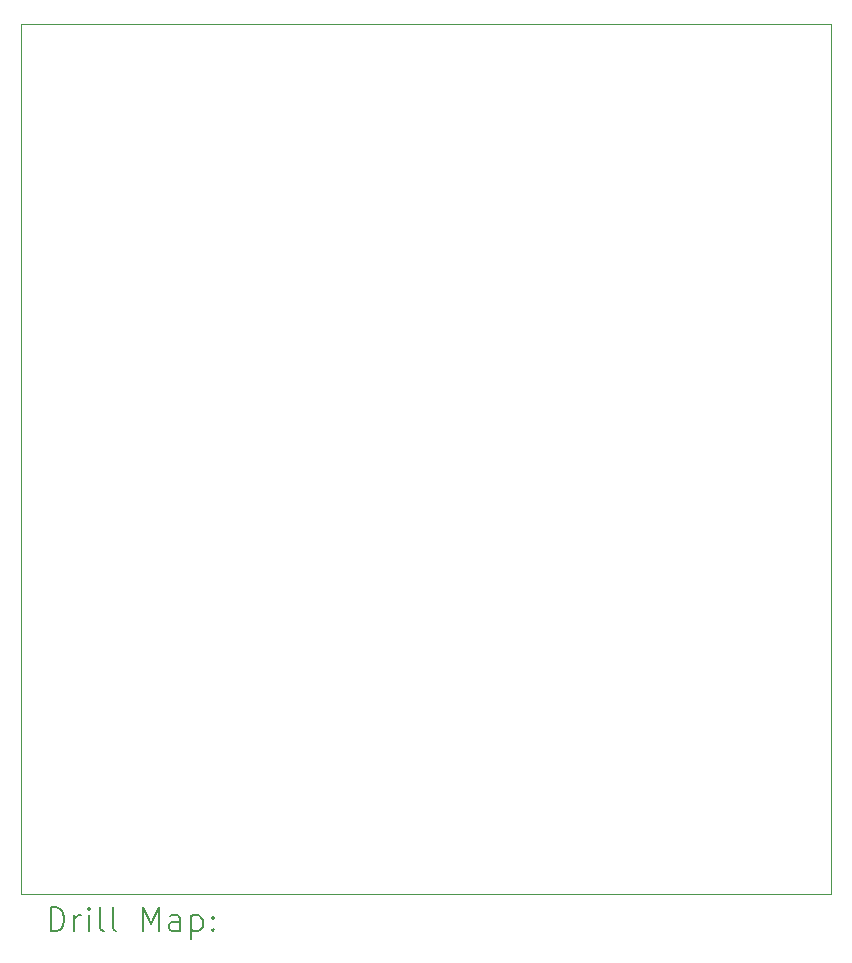
<source format=gbr>
%TF.GenerationSoftware,KiCad,Pcbnew,(6.0.9)*%
%TF.CreationDate,2022-12-01T15:56:27+01:00*%
%TF.ProjectId,Twin-T,5477696e-2d54-42e6-9b69-6361645f7063,rev?*%
%TF.SameCoordinates,Original*%
%TF.FileFunction,Drillmap*%
%TF.FilePolarity,Positive*%
%FSLAX45Y45*%
G04 Gerber Fmt 4.5, Leading zero omitted, Abs format (unit mm)*
G04 Created by KiCad (PCBNEW (6.0.9)) date 2022-12-01 15:56:27*
%MOMM*%
%LPD*%
G01*
G04 APERTURE LIST*
%ADD10C,0.100000*%
%ADD11C,0.200000*%
G04 APERTURE END LIST*
D10*
X17754600Y-13309600D02*
X17754600Y-5943600D01*
X17754600Y-5943600D02*
X10896600Y-5943600D01*
X10896600Y-13309600D02*
X17754600Y-13309600D01*
X10896600Y-5943600D02*
X10896600Y-13309600D01*
D11*
X11149219Y-13625076D02*
X11149219Y-13425076D01*
X11196838Y-13425076D01*
X11225409Y-13434600D01*
X11244457Y-13453648D01*
X11253981Y-13472695D01*
X11263505Y-13510790D01*
X11263505Y-13539362D01*
X11253981Y-13577457D01*
X11244457Y-13596505D01*
X11225409Y-13615552D01*
X11196838Y-13625076D01*
X11149219Y-13625076D01*
X11349219Y-13625076D02*
X11349219Y-13491743D01*
X11349219Y-13529838D02*
X11358743Y-13510790D01*
X11368267Y-13501267D01*
X11387314Y-13491743D01*
X11406362Y-13491743D01*
X11473028Y-13625076D02*
X11473028Y-13491743D01*
X11473028Y-13425076D02*
X11463505Y-13434600D01*
X11473028Y-13444124D01*
X11482552Y-13434600D01*
X11473028Y-13425076D01*
X11473028Y-13444124D01*
X11596838Y-13625076D02*
X11577790Y-13615552D01*
X11568267Y-13596505D01*
X11568267Y-13425076D01*
X11701600Y-13625076D02*
X11682552Y-13615552D01*
X11673028Y-13596505D01*
X11673028Y-13425076D01*
X11930171Y-13625076D02*
X11930171Y-13425076D01*
X11996838Y-13567933D01*
X12063505Y-13425076D01*
X12063505Y-13625076D01*
X12244457Y-13625076D02*
X12244457Y-13520314D01*
X12234933Y-13501267D01*
X12215886Y-13491743D01*
X12177790Y-13491743D01*
X12158743Y-13501267D01*
X12244457Y-13615552D02*
X12225409Y-13625076D01*
X12177790Y-13625076D01*
X12158743Y-13615552D01*
X12149219Y-13596505D01*
X12149219Y-13577457D01*
X12158743Y-13558409D01*
X12177790Y-13548886D01*
X12225409Y-13548886D01*
X12244457Y-13539362D01*
X12339695Y-13491743D02*
X12339695Y-13691743D01*
X12339695Y-13501267D02*
X12358743Y-13491743D01*
X12396838Y-13491743D01*
X12415886Y-13501267D01*
X12425409Y-13510790D01*
X12434933Y-13529838D01*
X12434933Y-13586981D01*
X12425409Y-13606028D01*
X12415886Y-13615552D01*
X12396838Y-13625076D01*
X12358743Y-13625076D01*
X12339695Y-13615552D01*
X12520648Y-13606028D02*
X12530171Y-13615552D01*
X12520648Y-13625076D01*
X12511124Y-13615552D01*
X12520648Y-13606028D01*
X12520648Y-13625076D01*
X12520648Y-13501267D02*
X12530171Y-13510790D01*
X12520648Y-13520314D01*
X12511124Y-13510790D01*
X12520648Y-13501267D01*
X12520648Y-13520314D01*
M02*

</source>
